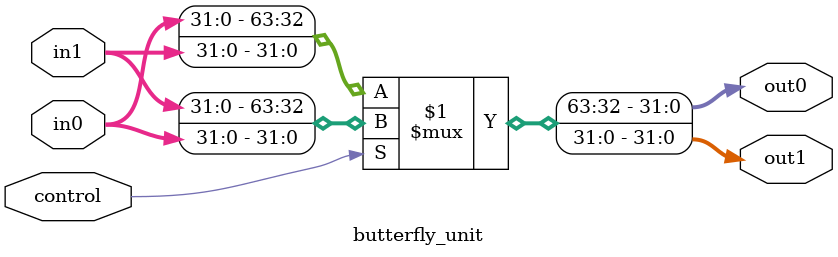
<source format=sv>
module butterfly_unit #(
    parameter DATA_WIDTH = 32
)(
    input logic [DATA_WIDTH-1:0] in0,
    input logic [DATA_WIDTH-1:0] in1,
    input logic control, 
    output logic [DATA_WIDTH-1:0] out0,
    output logic [DATA_WIDTH-1:0] out1
);
    assign {out0, out1} = control ? {in1, in0} : {in0, in1};
endmodule

</source>
